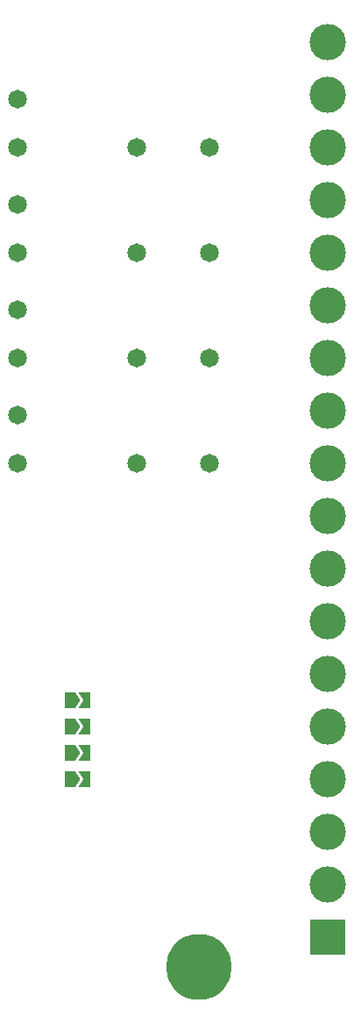
<source format=gbr>
%TF.GenerationSoftware,KiCad,Pcbnew,8.0.6-8.0.6-0~ubuntu24.04.1*%
%TF.CreationDate,2024-12-11T16:34:02+03:00*%
%TF.ProjectId,PM-Neopixel4,504d2d4e-656f-4706-9978-656c342e6b69,rev?*%
%TF.SameCoordinates,Original*%
%TF.FileFunction,Soldermask,Bot*%
%TF.FilePolarity,Negative*%
%FSLAX46Y46*%
G04 Gerber Fmt 4.6, Leading zero omitted, Abs format (unit mm)*
G04 Created by KiCad (PCBNEW 8.0.6-8.0.6-0~ubuntu24.04.1) date 2024-12-11 16:34:02*
%MOMM*%
%LPD*%
G01*
G04 APERTURE LIST*
G04 Aperture macros list*
%AMFreePoly0*
4,1,6,1.000000,0.000000,0.500000,-0.750000,-0.500000,-0.750000,-0.500000,0.750000,0.500000,0.750000,1.000000,0.000000,1.000000,0.000000,$1*%
%AMFreePoly1*
4,1,6,0.500000,-0.750000,-0.650000,-0.750000,-0.150000,0.000000,-0.650000,0.750000,0.500000,0.750000,0.500000,-0.750000,0.500000,-0.750000,$1*%
G04 Aperture macros list end*
%ADD10C,1.812000*%
%ADD11R,3.500000X3.500000*%
%ADD12C,3.500000*%
%ADD13O,6.350000X6.350000*%
%ADD14FreePoly0,0.000000*%
%ADD15FreePoly1,0.000000*%
G04 APERTURE END LIST*
D10*
%TO.C,K0*%
X14520000Y33020000D03*
X26020000Y33020000D03*
X33020000Y33020000D03*
X14520000Y37720000D03*
%TD*%
%TO.C,K2*%
X14520000Y12700000D03*
X26020000Y12700000D03*
X33020000Y12700000D03*
X14520000Y17400000D03*
%TD*%
D11*
%TO.C,J2*%
X44450000Y-43180000D03*
D12*
X44450000Y-38100000D03*
X44450000Y-33020000D03*
X44450000Y-27940000D03*
X44450000Y-22860000D03*
X44450000Y-17780000D03*
X44450000Y-12700000D03*
X44450000Y-7620000D03*
X44450000Y-2540000D03*
X44450000Y2540000D03*
X44450000Y7620000D03*
X44450000Y12700000D03*
X44450000Y17780000D03*
X44450000Y22860000D03*
X44450000Y27940000D03*
X44450000Y33020000D03*
X44450000Y38100000D03*
X44450000Y43180000D03*
%TD*%
D10*
%TO.C,K1*%
X14520000Y22860000D03*
X26020000Y22860000D03*
X33020000Y22860000D03*
X14520000Y27560000D03*
%TD*%
D13*
%TO.C,PE1*%
X32000000Y-46000000D03*
%TD*%
D10*
%TO.C,K3*%
X14520000Y2540000D03*
X26020000Y2540000D03*
X33020000Y2540000D03*
X14520000Y7240000D03*
%TD*%
D14*
%TO.C,JP3*%
X19595000Y-25400000D03*
D15*
X21045000Y-25400000D03*
%TD*%
D14*
%TO.C,JP1*%
X19580000Y-20320000D03*
D15*
X21030000Y-20320000D03*
%TD*%
D14*
%TO.C,JP2*%
X19595000Y-22860000D03*
D15*
X21045000Y-22860000D03*
%TD*%
D14*
%TO.C,JP4*%
X19595000Y-27940000D03*
D15*
X21045000Y-27940000D03*
%TD*%
M02*

</source>
